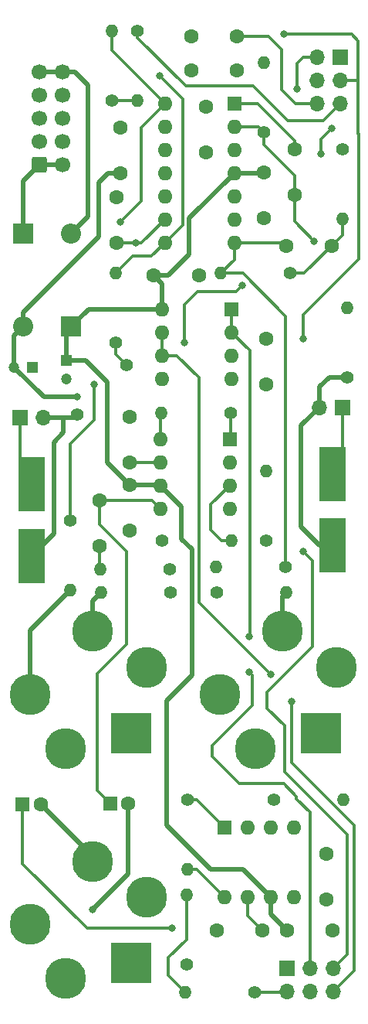
<source format=gtl>
G04 #@! TF.GenerationSoftware,KiCad,Pcbnew,(6.0.1)*
G04 #@! TF.CreationDate,2023-06-21T18:57:46+02:00*
G04 #@! TF.ProjectId,output,6f757470-7574-42e6-9b69-6361645f7063,rev?*
G04 #@! TF.SameCoordinates,Original*
G04 #@! TF.FileFunction,Copper,L1,Top*
G04 #@! TF.FilePolarity,Positive*
%FSLAX46Y46*%
G04 Gerber Fmt 4.6, Leading zero omitted, Abs format (unit mm)*
G04 Created by KiCad (PCBNEW (6.0.1)) date 2023-06-21 18:57:46*
%MOMM*%
%LPD*%
G01*
G04 APERTURE LIST*
G04 Aperture macros list*
%AMRoundRect*
0 Rectangle with rounded corners*
0 $1 Rounding radius*
0 $2 $3 $4 $5 $6 $7 $8 $9 X,Y pos of 4 corners*
0 Add a 4 corners polygon primitive as box body*
4,1,4,$2,$3,$4,$5,$6,$7,$8,$9,$2,$3,0*
0 Add four circle primitives for the rounded corners*
1,1,$1+$1,$2,$3*
1,1,$1+$1,$4,$5*
1,1,$1+$1,$6,$7*
1,1,$1+$1,$8,$9*
0 Add four rect primitives between the rounded corners*
20,1,$1+$1,$2,$3,$4,$5,0*
20,1,$1+$1,$4,$5,$6,$7,0*
20,1,$1+$1,$6,$7,$8,$9,0*
20,1,$1+$1,$8,$9,$2,$3,0*%
%AMHorizOval*
0 Thick line with rounded ends*
0 $1 width*
0 $2 $3 position (X,Y) of the first rounded end (center of the circle)*
0 $4 $5 position (X,Y) of the second rounded end (center of the circle)*
0 Add line between two ends*
20,1,$1,$2,$3,$4,$5,0*
0 Add two circle primitives to create the rounded ends*
1,1,$1,$2,$3*
1,1,$1,$4,$5*%
G04 Aperture macros list end*
G04 #@! TA.AperFunction,SMDPad,CuDef*
%ADD10R,3.000000X6.000000*%
G04 #@! TD*
G04 #@! TA.AperFunction,ComponentPad*
%ADD11R,1.700000X1.700000*%
G04 #@! TD*
G04 #@! TA.AperFunction,ComponentPad*
%ADD12O,1.700000X1.700000*%
G04 #@! TD*
G04 #@! TA.AperFunction,ComponentPad*
%ADD13C,4.500001*%
G04 #@! TD*
G04 #@! TA.AperFunction,ComponentPad*
%ADD14R,4.500001X4.500001*%
G04 #@! TD*
G04 #@! TA.AperFunction,ComponentPad*
%ADD15C,4.500000*%
G04 #@! TD*
G04 #@! TA.AperFunction,ComponentPad*
%ADD16C,1.600000*%
G04 #@! TD*
G04 #@! TA.AperFunction,ComponentPad*
%ADD17R,2.200000X2.200000*%
G04 #@! TD*
G04 #@! TA.AperFunction,ComponentPad*
%ADD18O,2.200000X2.200000*%
G04 #@! TD*
G04 #@! TA.AperFunction,ComponentPad*
%ADD19RoundRect,0.250000X-0.600000X-0.600000X0.600000X-0.600000X0.600000X0.600000X-0.600000X0.600000X0*%
G04 #@! TD*
G04 #@! TA.AperFunction,ComponentPad*
%ADD20C,1.700000*%
G04 #@! TD*
G04 #@! TA.AperFunction,ComponentPad*
%ADD21C,1.400000*%
G04 #@! TD*
G04 #@! TA.AperFunction,ComponentPad*
%ADD22O,1.400000X1.400000*%
G04 #@! TD*
G04 #@! TA.AperFunction,ComponentPad*
%ADD23R,1.600000X1.600000*%
G04 #@! TD*
G04 #@! TA.AperFunction,ComponentPad*
%ADD24O,1.600000X1.600000*%
G04 #@! TD*
G04 #@! TA.AperFunction,ComponentPad*
%ADD25HorizOval,1.400000X0.000000X0.000000X0.000000X0.000000X0*%
G04 #@! TD*
G04 #@! TA.AperFunction,ComponentPad*
%ADD26R,1.200000X1.200000*%
G04 #@! TD*
G04 #@! TA.AperFunction,ComponentPad*
%ADD27C,1.200000*%
G04 #@! TD*
G04 #@! TA.AperFunction,ViaPad*
%ADD28C,0.800000*%
G04 #@! TD*
G04 #@! TA.AperFunction,Conductor*
%ADD29C,0.300000*%
G04 #@! TD*
G04 #@! TA.AperFunction,Conductor*
%ADD30C,0.500000*%
G04 #@! TD*
G04 APERTURE END LIST*
D10*
X86550000Y-108000000D03*
X53500000Y-101300000D03*
D11*
X52250000Y-94050000D03*
D12*
X54790000Y-94050000D03*
D13*
X60250000Y-142600000D03*
X66150000Y-146500000D03*
D14*
X64490000Y-153740000D03*
D15*
X53350000Y-149500000D03*
X57250000Y-155400000D03*
D13*
X60250000Y-117450000D03*
X66150000Y-121350000D03*
D14*
X64490000Y-128590000D03*
D15*
X53350000Y-124350000D03*
X57250000Y-130250000D03*
D10*
X86550000Y-100200000D03*
D16*
X72644000Y-65020000D03*
X72644000Y-60020000D03*
D13*
X81050000Y-117450000D03*
X86950000Y-121350000D03*
D14*
X85290000Y-128590000D03*
D15*
X74150000Y-124350000D03*
X78050000Y-130250000D03*
D11*
X87650000Y-92900000D03*
D12*
X85110000Y-92900000D03*
D11*
X87415000Y-54550000D03*
D12*
X84875000Y-54550000D03*
X87415000Y-57090000D03*
X84875000Y-57090000D03*
X87415000Y-59630000D03*
X84875000Y-59630000D03*
D10*
X53500000Y-109200000D03*
D11*
X81525000Y-154360000D03*
D12*
X81525000Y-156900000D03*
X84065000Y-154360000D03*
X84065000Y-156900000D03*
X86605000Y-154360000D03*
X86605000Y-156900000D03*
D16*
X82410000Y-69620000D03*
X82410000Y-64620000D03*
D17*
X57850000Y-84080000D03*
D18*
X57850000Y-73920000D03*
D19*
X54397500Y-66330000D03*
D20*
X56937500Y-66330000D03*
X54397500Y-63790000D03*
X56937500Y-63790000D03*
X54397500Y-61250000D03*
X56937500Y-61250000D03*
X54397500Y-58710000D03*
X56937500Y-58710000D03*
X54397500Y-56170000D03*
X56937500Y-56170000D03*
D21*
X57740000Y-105300000D03*
D22*
X57740000Y-112920000D03*
D21*
X67840000Y-107475000D03*
D22*
X75460000Y-107475000D03*
D23*
X75250000Y-96400000D03*
D24*
X75250000Y-98940000D03*
X75250000Y-101480000D03*
X75250000Y-104020000D03*
X67630000Y-104020000D03*
X67630000Y-101480000D03*
X67630000Y-98940000D03*
X67630000Y-96400000D03*
D16*
X85852000Y-146772000D03*
X85852000Y-141772000D03*
D21*
X81410000Y-110400000D03*
D22*
X73790000Y-110400000D03*
D21*
X80120000Y-135880000D03*
D22*
X87740000Y-135880000D03*
D16*
X79280000Y-90440000D03*
X79280000Y-85440000D03*
D23*
X74686000Y-138948000D03*
D24*
X77226000Y-138948000D03*
X79766000Y-138948000D03*
X82306000Y-138948000D03*
X82306000Y-146568000D03*
X79766000Y-146568000D03*
X77226000Y-146568000D03*
X74686000Y-146568000D03*
D21*
X73815000Y-113175000D03*
D22*
X81435000Y-113175000D03*
D21*
X81910000Y-78250000D03*
D22*
X74290000Y-78250000D03*
D16*
X86460000Y-75245000D03*
X81460000Y-75245000D03*
D17*
X52575000Y-73920000D03*
D18*
X52575000Y-84080000D03*
D23*
X75475000Y-82175000D03*
D24*
X75475000Y-84715000D03*
X75475000Y-87255000D03*
X75475000Y-89795000D03*
X67855000Y-89795000D03*
X67855000Y-87255000D03*
X67855000Y-84715000D03*
X67855000Y-82175000D03*
D21*
X87675000Y-64640000D03*
D22*
X87675000Y-72260000D03*
D23*
X52519888Y-136350000D03*
D16*
X54519888Y-136350000D03*
X63250000Y-67300000D03*
X63250000Y-62300000D03*
X62875000Y-74900000D03*
X62875000Y-69900000D03*
D21*
X68810000Y-113190000D03*
D22*
X61190000Y-113190000D03*
D21*
X62750000Y-85835000D03*
D22*
X62750000Y-78215000D03*
D21*
X65160000Y-51690000D03*
D22*
X65160000Y-59310000D03*
D21*
X70525000Y-153860000D03*
D22*
X70525000Y-146240000D03*
D21*
X70612000Y-135890000D03*
D22*
X70612000Y-143510000D03*
D21*
X75340000Y-93510000D03*
D22*
X67720000Y-93510000D03*
D16*
X71060000Y-52295000D03*
X76060000Y-52295000D03*
D21*
X88175000Y-89610000D03*
D22*
X88175000Y-81990000D03*
D21*
X78010000Y-156950000D03*
D22*
X70390000Y-156950000D03*
D21*
X79010000Y-62805000D03*
D22*
X79010000Y-55185000D03*
D16*
X71060000Y-55995000D03*
X76060000Y-55995000D03*
D21*
X68720000Y-110650000D03*
D22*
X61100000Y-110650000D03*
D21*
X62350000Y-59310000D03*
D22*
X62350000Y-51690000D03*
D16*
X60980000Y-103120000D03*
X60980000Y-108120000D03*
D21*
X58530923Y-93669077D03*
D25*
X63919077Y-88280923D03*
D23*
X62144888Y-136250000D03*
D16*
X64144888Y-136250000D03*
X64300000Y-101400000D03*
X64300000Y-106400000D03*
X66890000Y-78440000D03*
X71890000Y-78440000D03*
X81525000Y-150175000D03*
X86525000Y-150175000D03*
D23*
X75760000Y-59645000D03*
D24*
X75760000Y-62185000D03*
X75760000Y-64725000D03*
X75760000Y-67265000D03*
X75760000Y-69805000D03*
X75760000Y-72345000D03*
X75760000Y-74885000D03*
X68140000Y-74885000D03*
X68140000Y-72345000D03*
X68140000Y-69805000D03*
X68140000Y-67265000D03*
X68140000Y-64725000D03*
X68140000Y-62185000D03*
X68140000Y-59645000D03*
D26*
X57350000Y-87777401D03*
D27*
X57350000Y-89777401D03*
D26*
X53622600Y-88550000D03*
D27*
X51622600Y-88550000D03*
D21*
X79250000Y-107470000D03*
D22*
X79250000Y-99850000D03*
D16*
X79035000Y-67220000D03*
X79035000Y-72220000D03*
X64300000Y-98975000D03*
X64300000Y-93975000D03*
X78825000Y-150175000D03*
X73825000Y-150175000D03*
D28*
X84550000Y-74700000D03*
X64950000Y-74900000D03*
X67564000Y-56642000D03*
X81190000Y-52080000D03*
X83340000Y-85420000D03*
X70280000Y-85860000D03*
X76670000Y-79570000D03*
X85290000Y-65160000D03*
X86500000Y-62350000D03*
X63246000Y-72644000D03*
X60350000Y-90370000D03*
X68970000Y-149960000D03*
X60260000Y-147880000D03*
X58540000Y-91790000D03*
X82680000Y-58060000D03*
X83312000Y-108712000D03*
X77430000Y-121890000D03*
X77440000Y-117980000D03*
X82042000Y-125100000D03*
X79756000Y-122174000D03*
D29*
X52250000Y-100050000D02*
X53500000Y-101300000D01*
X52250000Y-94050000D02*
X52250000Y-100050000D01*
X87650000Y-92900000D02*
X87650000Y-99100000D01*
X87650000Y-99100000D02*
X86550000Y-100200000D01*
X79010000Y-62805000D02*
X79010000Y-64130000D01*
X84550000Y-74700000D02*
X82410000Y-72560000D01*
X79010000Y-64130000D02*
X82410000Y-67530000D01*
X82410000Y-67530000D02*
X82410000Y-69620000D01*
X78390000Y-62185000D02*
X79010000Y-62805000D01*
X75760000Y-62185000D02*
X78390000Y-62185000D01*
X82410000Y-72560000D02*
X82410000Y-69620000D01*
X82410000Y-64620000D02*
X82410000Y-63690000D01*
X78365000Y-59645000D02*
X75760000Y-59645000D01*
X82410000Y-63690000D02*
X78365000Y-59645000D01*
X65585000Y-74900000D02*
X68140000Y-72345000D01*
X64950000Y-74900000D02*
X65585000Y-74900000D01*
X62875000Y-74900000D02*
X64950000Y-74900000D01*
X62750000Y-87111846D02*
X63919077Y-88280923D01*
X62750000Y-85835000D02*
X62750000Y-87111846D01*
X70104000Y-72921000D02*
X70104000Y-59182000D01*
X69850000Y-58928000D02*
X67564000Y-56642000D01*
X66695000Y-76330000D02*
X68140000Y-74885000D01*
X68140000Y-74885000D02*
X70104000Y-72921000D01*
X64635000Y-76330000D02*
X66695000Y-76330000D01*
X62750000Y-78215000D02*
X64635000Y-76330000D01*
X70104000Y-59182000D02*
X69850000Y-58928000D01*
X89390000Y-76710000D02*
X83340000Y-82760000D01*
X89380000Y-56290000D02*
X89380000Y-52780000D01*
X89390000Y-62990000D02*
X89390000Y-76710000D01*
X89380000Y-62980000D02*
X89390000Y-62990000D01*
X88580000Y-57090000D02*
X89240000Y-57090000D01*
X89380000Y-57230000D02*
X89380000Y-62980000D01*
X87415000Y-57090000D02*
X88580000Y-57090000D01*
X83340000Y-82760000D02*
X83340000Y-85420000D01*
X88680000Y-52080000D02*
X81190000Y-52080000D01*
X89380000Y-56290000D02*
X89380000Y-57230000D01*
X89240000Y-57090000D02*
X89380000Y-57230000D01*
X89380000Y-52780000D02*
X88680000Y-52080000D01*
X80980000Y-58110000D02*
X80980000Y-53720000D01*
X82500000Y-59630000D02*
X80980000Y-58110000D01*
X85290000Y-63560000D02*
X86500000Y-62350000D01*
X73430000Y-80260000D02*
X75980000Y-80260000D01*
X85290000Y-65160000D02*
X85290000Y-63560000D01*
X71695655Y-80260000D02*
X73430000Y-80260000D01*
X84875000Y-59630000D02*
X82500000Y-59630000D01*
X80980000Y-53720000D02*
X79555000Y-52295000D01*
X70280000Y-81675655D02*
X71695655Y-80260000D01*
X75980000Y-80260000D02*
X76670000Y-79570000D01*
X70280000Y-85860000D02*
X70280000Y-81675655D01*
X79555000Y-52295000D02*
X76060000Y-52295000D01*
X87675000Y-74030000D02*
X86460000Y-75245000D01*
X81910000Y-78250000D02*
X83455000Y-78250000D01*
X87675000Y-72260000D02*
X87675000Y-74030000D01*
X83455000Y-78250000D02*
X86460000Y-75245000D01*
X76720000Y-78250000D02*
X74290000Y-78250000D01*
X81100000Y-74885000D02*
X81460000Y-75245000D01*
X75760000Y-74885000D02*
X81100000Y-74885000D01*
X75760000Y-76780000D02*
X75760000Y-74885000D01*
X81410000Y-110400000D02*
X81410000Y-82940000D01*
X74290000Y-78250000D02*
X75760000Y-76780000D01*
X81410000Y-82940000D02*
X76720000Y-78250000D01*
X62350000Y-59310000D02*
X65160000Y-59310000D01*
X68140000Y-59645000D02*
X65532000Y-62253000D01*
X60350000Y-90370000D02*
X60350000Y-94320000D01*
X60350000Y-94320000D02*
X57740000Y-96930000D01*
X57740000Y-96930000D02*
X57740000Y-105300000D01*
X65532000Y-70358000D02*
X63246000Y-72644000D01*
X62350000Y-51690000D02*
X62350000Y-53855000D01*
X62350000Y-53855000D02*
X68140000Y-59645000D01*
X65532000Y-62253000D02*
X65532000Y-70358000D01*
D30*
X73152000Y-143510000D02*
X68320000Y-138678000D01*
X79766000Y-146568000D02*
X79766000Y-148416000D01*
X79766000Y-148416000D02*
X81525000Y-150175000D01*
X68320000Y-138678000D02*
X68320000Y-125060000D01*
X66890000Y-78440000D02*
X68540000Y-78440000D01*
X57350000Y-87777401D02*
X57350000Y-84580000D01*
X57350000Y-87777401D02*
X59467401Y-87777401D01*
X78990000Y-67265000D02*
X79035000Y-67220000D01*
X59755000Y-82175000D02*
X57850000Y-84080000D01*
X70840000Y-72185000D02*
X75760000Y-67265000D01*
X61830000Y-90140000D02*
X61830000Y-98930000D01*
X67855000Y-82175000D02*
X67855000Y-79405000D01*
X67855000Y-82175000D02*
X59755000Y-82175000D01*
X69959511Y-103809511D02*
X67630000Y-101480000D01*
X61830000Y-98930000D02*
X64300000Y-101400000D01*
X67855000Y-79405000D02*
X66890000Y-78440000D01*
X68320000Y-125060000D02*
X71120000Y-122260000D01*
X69959511Y-107297511D02*
X69959511Y-103809511D01*
X70840000Y-76140000D02*
X70840000Y-72185000D01*
X68540000Y-78440000D02*
X70840000Y-76140000D01*
X64300000Y-101400000D02*
X67550000Y-101400000D01*
X59467401Y-87777401D02*
X61830000Y-90140000D01*
X67550000Y-101400000D02*
X67630000Y-101480000D01*
X57350000Y-84580000D02*
X57850000Y-84080000D01*
X71120000Y-122260000D02*
X71120000Y-108458000D01*
X79766000Y-146568000D02*
X76708000Y-143510000D01*
X75760000Y-67265000D02*
X78990000Y-67265000D01*
X76708000Y-143510000D02*
X73152000Y-143510000D01*
X71120000Y-108458000D02*
X69959511Y-107297511D01*
D29*
X77226000Y-148576000D02*
X78825000Y-150175000D01*
X77226000Y-146568000D02*
X77226000Y-148576000D01*
X67595000Y-98975000D02*
X67630000Y-98940000D01*
X64300000Y-98975000D02*
X67595000Y-98975000D01*
X59610000Y-149960000D02*
X67480000Y-149960000D01*
X67480000Y-149960000D02*
X68970000Y-149960000D01*
X52519888Y-136350000D02*
X52519888Y-142869888D01*
X52519888Y-142869888D02*
X59610000Y-149960000D01*
X60980000Y-105720000D02*
X60980000Y-103120000D01*
X60760000Y-122040000D02*
X63910000Y-118890000D01*
X66730000Y-103120000D02*
X60980000Y-103120000D01*
X60760000Y-134865112D02*
X60760000Y-122040000D01*
X63910000Y-108650000D02*
X60980000Y-105720000D01*
X67630000Y-104020000D02*
X66730000Y-103120000D01*
X62144888Y-136250000D02*
X60760000Y-134865112D01*
X63910000Y-118890000D02*
X63910000Y-108650000D01*
X60980000Y-110530000D02*
X61100000Y-110650000D01*
X60980000Y-108120000D02*
X60980000Y-110530000D01*
D30*
X54519888Y-136350000D02*
X60250000Y-142080112D01*
X60250000Y-142080112D02*
X60250000Y-142600000D01*
X64144888Y-136250000D02*
X64144888Y-143995112D01*
X64144888Y-143995112D02*
X60260000Y-147880000D01*
X60880000Y-68300000D02*
X61880000Y-67300000D01*
X52575000Y-82495000D02*
X60880000Y-74190000D01*
X54862600Y-91790000D02*
X51622600Y-88550000D01*
X61880000Y-67300000D02*
X63250000Y-67300000D01*
X51622600Y-85032400D02*
X52575000Y-84080000D01*
X60880000Y-74190000D02*
X60880000Y-68300000D01*
X51622600Y-88550000D02*
X51622600Y-85032400D01*
X52575000Y-84080000D02*
X52575000Y-82495000D01*
X58540000Y-91790000D02*
X54862600Y-91790000D01*
X58240000Y-56170000D02*
X56937500Y-56170000D01*
X54397500Y-56170000D02*
X56937500Y-56170000D01*
X59720000Y-72050000D02*
X59720000Y-57650000D01*
X57850000Y-73920000D02*
X59720000Y-72050000D01*
X59720000Y-57650000D02*
X58240000Y-56170000D01*
X52575000Y-73920000D02*
X52575000Y-68152500D01*
X52575000Y-68152500D02*
X54397500Y-66330000D01*
X54397500Y-66330000D02*
X56937500Y-66330000D01*
X85110000Y-90670000D02*
X86170000Y-89610000D01*
X86170000Y-89610000D02*
X88175000Y-89610000D01*
X83090000Y-94920000D02*
X83090000Y-105940000D01*
X83090000Y-105940000D02*
X85150000Y-108000000D01*
X85150000Y-108000000D02*
X86550000Y-108000000D01*
X85110000Y-92900000D02*
X85110000Y-90670000D01*
X85110000Y-92900000D02*
X83090000Y-94920000D01*
X53500000Y-109200000D02*
X55980000Y-106720000D01*
X55980000Y-106720000D02*
X55980000Y-96740000D01*
X54790000Y-94050000D02*
X57040000Y-94050000D01*
X57040000Y-95680000D02*
X55980000Y-96740000D01*
X57040000Y-94050000D02*
X58150000Y-94050000D01*
X58150000Y-94050000D02*
X58530923Y-93669077D01*
X57040000Y-94050000D02*
X57040000Y-95680000D01*
X53350000Y-124350000D02*
X53350000Y-117310000D01*
X53350000Y-117310000D02*
X57740000Y-112920000D01*
X60250000Y-114130000D02*
X61190000Y-113190000D01*
X60250000Y-117450000D02*
X60250000Y-114130000D01*
X81050000Y-117450000D02*
X81050000Y-113560000D01*
X81050000Y-113560000D02*
X81435000Y-113175000D01*
D29*
X83370000Y-54550000D02*
X82680000Y-55240000D01*
X84875000Y-54550000D02*
X83370000Y-54550000D01*
X82680000Y-55240000D02*
X82680000Y-58060000D01*
X87415000Y-59630000D02*
X85495000Y-61550000D01*
X70460000Y-57760000D02*
X65160000Y-52460000D01*
X65160000Y-52460000D02*
X65160000Y-51690000D01*
X77850000Y-57760000D02*
X70460000Y-57760000D01*
X85495000Y-61550000D02*
X81640000Y-61550000D01*
X81640000Y-61550000D02*
X77850000Y-57760000D01*
X78010000Y-156950000D02*
X81475000Y-156950000D01*
X81475000Y-156950000D02*
X81525000Y-156900000D01*
X68550000Y-153140000D02*
X68550000Y-155110000D01*
X70525000Y-146240000D02*
X70525000Y-151165000D01*
X70525000Y-151165000D02*
X68550000Y-153140000D01*
X68550000Y-155110000D02*
X70390000Y-156950000D01*
X81280000Y-132842000D02*
X81280000Y-127740000D01*
X79390000Y-125850000D02*
X79390000Y-124060000D01*
X79390000Y-124060000D02*
X81220000Y-122230000D01*
X88138000Y-152827000D02*
X88138000Y-139700000D01*
X84328000Y-109728000D02*
X83312000Y-108712000D01*
X81280000Y-127740000D02*
X79390000Y-125850000D01*
X84328000Y-119122000D02*
X84328000Y-109728000D01*
X86605000Y-154360000D02*
X88138000Y-152827000D01*
X88138000Y-139700000D02*
X81280000Y-132842000D01*
X81220000Y-122230000D02*
X84328000Y-119122000D01*
X73210000Y-106320000D02*
X73210000Y-103520000D01*
X74365000Y-107475000D02*
X73210000Y-106320000D01*
X75460000Y-107475000D02*
X74365000Y-107475000D01*
X73210000Y-103520000D02*
X75250000Y-101480000D01*
X70612000Y-135890000D02*
X71628000Y-135890000D01*
X71628000Y-135890000D02*
X74686000Y-138948000D01*
X71628000Y-143510000D02*
X70612000Y-143510000D01*
X74686000Y-146568000D02*
X71628000Y-143510000D01*
X75340000Y-96310000D02*
X75250000Y-96400000D01*
X75340000Y-93510000D02*
X75340000Y-96310000D01*
X67630000Y-93600000D02*
X67720000Y-93510000D01*
X67630000Y-96400000D02*
X67630000Y-93600000D01*
X75475000Y-82175000D02*
X75475000Y-84715000D01*
X84065000Y-137235000D02*
X84065000Y-154360000D01*
X73310000Y-131160000D02*
X76270000Y-134120000D01*
X82610000Y-135530000D02*
X82610000Y-135780000D01*
X77460000Y-86700000D02*
X75475000Y-84715000D01*
X77430000Y-121890000D02*
X77750000Y-122210000D01*
X76270000Y-134120000D02*
X81200000Y-134120000D01*
X82610000Y-135780000D02*
X84065000Y-137235000D01*
X77460000Y-117960000D02*
X77460000Y-86700000D01*
X77750000Y-125510000D02*
X73310000Y-129950000D01*
X77440000Y-117980000D02*
X77460000Y-117960000D01*
X81200000Y-134120000D02*
X82610000Y-135530000D01*
X73310000Y-129950000D02*
X73310000Y-131160000D01*
X77750000Y-122210000D02*
X77750000Y-125510000D01*
X88900000Y-154605000D02*
X86605000Y-156900000D01*
X82042000Y-125100000D02*
X82042000Y-131826000D01*
X69475000Y-87255000D02*
X71882000Y-89662000D01*
X71882000Y-89662000D02*
X71882000Y-114300000D01*
X71882000Y-114300000D02*
X79756000Y-122174000D01*
X67855000Y-87255000D02*
X69475000Y-87255000D01*
X88900000Y-138684000D02*
X88900000Y-154605000D01*
X67855000Y-84715000D02*
X67855000Y-87255000D01*
X82042000Y-131826000D02*
X88900000Y-138684000D01*
M02*

</source>
